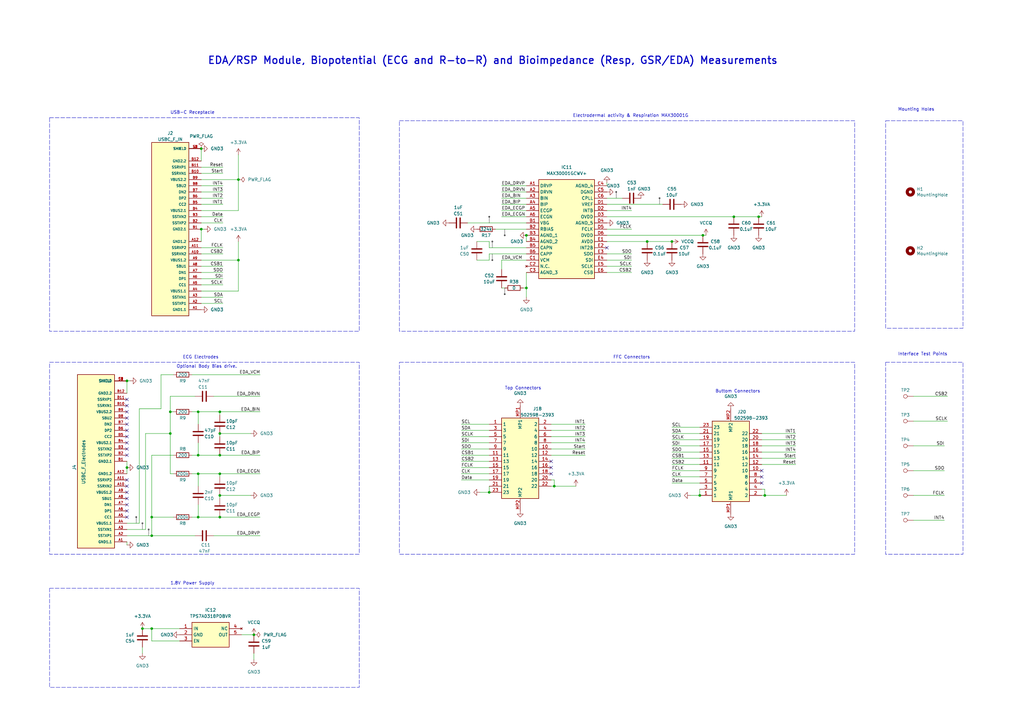
<source format=kicad_sch>
(kicad_sch (version 20230121) (generator eeschema)
  (paper "A3")
  (title_block (title "VersaSens EDA") (date "2024-02-20") (rev "00") (company "EPFL, Embedded Systems Laboratory") (comment 1 "Author: Taraneh Aminosharieh Najafi") (comment 2 "Approved: José Angel Miranda Calero"))
  (lib_symbols
    (symbol "Connector:TestPoint" (pin_numbers hide) (pin_names (offset 0.762) hide)
      (property "Reference" "TP" (at 0 6.858 0))
      (property "Value" "TestPoint" (at 0 5.08 0))
      (symbol "TestPoint_1_1"
        (pin passive line (at 0 0 90) (length 2.54) (name "1") (number "1"))
      )
    )
    (symbol "Device:C" (pin_numbers hide) (pin_names (offset 0.254))
      (property "Reference" "C" (at 0.635 2.54 0))
      (property "Value" "C" (at 0.635 -2.54 0))
      (symbol "C_1_1"
        (pin passive line (at 0 3.81 270) (length 2.794) (name "~") (number "1"))
        (pin passive line (at 0 -3.81 90) (length 2.794) (name "~") (number "2"))
      )
    )
    (symbol "Device:R" (pin_numbers hide) (pin_names (offset 0))
      (property "Reference" "R" (at 2.032 0 90))
      (property "Value" "R" (at 0 0 90))
      (symbol "R_1_1"
        (pin passive line (at 0 3.81 270) (length 1.27) (name "~") (number "1"))
        (pin passive line (at 0 -3.81 90) (length 1.27) (name "~") (number "2"))
      )
    )
    (symbol "Mechanical:MountingHole" (pin_names (offset 1.016))
      (property "Reference" "H" (at 0 5.08 0))
      (property "Value" "MountingHole" (at 0 3.175 0))
    )
    (symbol "SamacSys_Parts:502598-2393"
      (property "Reference" "J" (at 39.37 12.7 0))
      (property "Value" "502598-2393" (at 39.37 10.16 0))
      (symbol "502598-2393_1_1"
        (pin passive line (at 7.62 -12.7 90) (length 5.08) (name "1") (number "1"))
        (pin passive line (at 17.78 12.7 270) (length 5.08) (name "10") (number "10"))
        (pin passive line (at 20.32 -12.7 90) (length 5.08) (name "11") (number "11"))
        (pin passive line (at 20.32 12.7 270) (length 5.08) (name "12") (number "12"))
        (pin passive line (at 22.86 -12.7 90) (length 5.08) (name "13") (number "13"))
        (pin passive line (at 22.86 12.7 270) (length 5.08) (name "14") (number "14"))
        (pin passive line (at 25.4 -12.7 90) (length 5.08) (name "15") (number "15"))
        (pin passive line (at 25.4 12.7 270) (length 5.08) (name "16") (number "16"))
        (pin passive line (at 27.94 -12.7 90) (length 5.08) (name "17") (number "17"))
        (pin passive line (at 27.94 12.7 270) (length 5.08) (name "18") (number "18"))
        (pin passive line (at 30.48 -12.7 90) (length 5.08) (name "19") (number "19"))
        (pin passive line (at 7.62 12.7 270) (length 5.08) (name "2") (number "2"))
        (pin passive line (at 30.48 12.7 270) (length 5.08) (name "20") (number "20"))
        (pin passive line (at 33.02 -12.7 90) (length 5.08) (name "21") (number "21"))
        (pin passive line (at 33.02 12.7 270) (length 5.08) (name "22") (number "22"))
        (pin passive line (at 35.56 -12.7 90) (length 5.08) (name "23") (number "23"))
        (pin passive line (at 10.16 -12.7 90) (length 5.08) (name "3") (number "3"))
        (pin passive line (at 10.16 12.7 270) (length 5.08) (name "4") (number "4"))
        (pin passive line (at 12.7 -12.7 90) (length 5.08) (name "5") (number "5"))
        (pin passive line (at 12.7 12.7 270) (length 5.08) (name "6") (number "6"))
        (pin passive line (at 15.24 -12.7 90) (length 5.08) (name "7") (number "7"))
        (pin passive line (at 15.24 12.7 270) (length 5.08) (name "8") (number "8"))
        (pin passive line (at 17.78 -12.7 90) (length 5.08) (name "9") (number "9"))
        (pin passive line (at 0 0 0) (length 5.08) (name "MP1") (number "MP1"))
        (pin passive line (at 43.18 0 180) (length 5.08) (name "MP2") (number "MP2"))
      )
    )
    (symbol "SamacSys_Parts:MAX30001GCWV+"
      (property "Reference" "IC" (at 29.21 7.62 0))
      (property "Value" "MAX30001GCWV+" (at 29.21 5.08 0))
      (symbol "MAX30001GCWV+_1_1"
        (pin passive line (at 0 0 0) (length 5.08) (name "DRVP") (number "A1"))
        (pin passive line (at 0 -2.54 0) (length 5.08) (name "DRVN") (number "A2"))
        (pin passive line (at 0 -5.08 0) (length 5.08) (name "BIN") (number "A3"))
        (pin passive line (at 0 -7.62 0) (length 5.08) (name "BIP") (number "A4"))
        (pin passive line (at 0 -10.16 0) (length 5.08) (name "ECGP") (number "A5"))
        (pin passive line (at 0 -12.7 0) (length 5.08) (name "ECGN") (number "A6"))
        (pin passive line (at 0 -15.24 0) (length 5.08) (name "VBG") (number "B1"))
        (pin passive line (at 0 -17.78 0) (length 5.08) (name "RBIAS") (number "B2"))
        (pin passive line (at 0 -20.32 0) (length 5.08) (name "AGND_1") (number "B3"))
        (pin passive line (at 0 -22.86 0) (length 5.08) (name "AGND_2") (number "B4"))
        (pin passive line (at 0 -25.4 0) (length 5.08) (name "CAPN") (number "B5"))
        (pin passive line (at 0 -27.94 0) (length 5.08) (name "CAPP") (number "B6"))
        (pin passive line (at 0 -30.48 0) (length 5.08) (name "VCM") (number "C1"))
        (pin no_connect line (at 0 -33.02 0) (length 5.08) (name "N.C.") (number "C2"))
        (pin passive line (at 0 -35.56 0) (length 5.08) (name "AGND_3") (number "C3"))
        (pin passive line (at 33.02 0 180) (length 5.08) (name "AGND_4") (number "C4"))
        (pin passive line (at 33.02 -2.54 180) (length 5.08) (name "DGND") (number "C5"))
        (pin passive line (at 33.02 -5.08 180) (length 5.08) (name "CPLL") (number "C6"))
        (pin passive line (at 33.02 -7.62 180) (length 5.08) (name "VREF") (number "D1"))
        (pin passive line (at 33.02 -10.16 180) (length 5.08) (name "INTB") (number "D2"))
        (pin passive line (at 33.02 -12.7 180) (length 5.08) (name "OVDD") (number "D3"))
        (pin passive line (at 33.02 -15.24 180) (length 5.08) (name "AGND_5") (number "D4"))
        (pin passive line (at 33.02 -17.78 180) (length 5.08) (name "FCLK") (number "D5"))
        (pin passive line (at 33.02 -20.32 180) (length 5.08) (name "DVDD") (number "D6"))
        (pin passive line (at 33.02 -22.86 180) (length 5.08) (name "AVDD") (number "E1"))
        (pin passive line (at 33.02 -25.4 180) (length 5.08) (name "INT2B") (number "E2"))
        (pin passive line (at 33.02 -27.94 180) (length 5.08) (name "SDO") (number "E3"))
        (pin passive line (at 33.02 -30.48 180) (length 5.08) (name "SDI") (number "E4"))
        (pin passive line (at 33.02 -33.02 180) (length 5.08) (name "SCLK") (number "E5"))
        (pin passive line (at 33.02 -35.56 180) (length 5.08) (name "CSB") (number "E6"))
      )
    )
    (symbol "SamacSys_Parts:TPS7A0318PDBVR"
      (property "Reference" "IC" (at 21.59 7.62 0))
      (property "Value" "TPS7A0318PDBVR" (at 21.59 5.08 0))
      (symbol "TPS7A0318PDBVR_1_1"
        (pin passive line (at 0 0 0) (length 5.08) (name "IN") (number "1"))
        (pin passive line (at 0 -2.54 0) (length 5.08) (name "GND") (number "2"))
        (pin passive line (at 0 -5.08 0) (length 5.08) (name "EN") (number "3"))
        (pin no_connect line (at 25.4 0 180) (length 5.08) (name "NC") (number "4"))
        (pin passive line (at 25.4 -2.54 180) (length 5.08) (name "OUT") (number "5"))
      )
    )
    (symbol "USB4055-30-A:USB4055-30-A" (pin_names (offset 1.016))
      (property "Reference" "J" (at -7.6272 35.5938 0))
      (property "Value" "USB4055-30-A" (at -7.6239 -38.1196 0))
      (symbol "USB4055-30-A_0_0"
        (pin power_in line (at -12.7 33.02 0) (length 5.08) (name "GND1.1") (number "A1"))
        (pin input line (at -12.7 10.16 0) (length 5.08) (name "SSRXN2") (number "A10"))
        (pin input line (at -12.7 7.62 0) (length 5.08) (name "SSRXP2") (number "A11"))
        (pin power_in line (at -12.7 5.08 0) (length 5.08) (name "GND1.2") (number "A12"))
        (pin output line (at -12.7 30.48 0) (length 5.08) (name "SSTXP1") (number "A2"))
        (pin output line (at -12.7 27.94 0) (length 5.08) (name "SSTXN1") (number "A3"))
        (pin power_in line (at -12.7 25.4 0) (length 5.08) (name "VBUS1.1") (number "A4"))
        (pin bidirectional line (at -12.7 22.86 0) (length 5.08) (name "CC1") (number "A5"))
        (pin bidirectional line (at -12.7 20.32 0) (length 5.08) (name "DP1") (number "A6"))
        (pin bidirectional line (at -12.7 17.78 0) (length 5.08) (name "DN1") (number "A7"))
        (pin bidirectional line (at -12.7 15.24 0) (length 5.08) (name "SBU1") (number "A8"))
        (pin power_in line (at -12.7 12.7 0) (length 5.08) (name "VBUS1.2") (number "A9"))
        (pin power_in line (at -12.7 0 0) (length 5.08) (name "GND2.1") (number "B1"))
        (pin input line (at -12.7 -22.86 0) (length 5.08) (name "SSRXN1") (number "B10"))
        (pin input line (at -12.7 -25.4 0) (length 5.08) (name "SSRXP1") (number "B11"))
        (pin power_in line (at -12.7 -27.94 0) (length 5.08) (name "GND2.2") (number "B12"))
        (pin output line (at -12.7 -2.54 0) (length 5.08) (name "SSTXP2") (number "B2"))
        (pin output line (at -12.7 -5.08 0) (length 5.08) (name "SSTXN2") (number "B3"))
        (pin power_in line (at -12.7 -7.62 0) (length 5.08) (name "VBUS2.1") (number "B4"))
        (pin bidirectional line (at -12.7 -10.16 0) (length 5.08) (name "CC2") (number "B5"))
        (pin bidirectional line (at -12.7 -12.7 0) (length 5.08) (name "DP2") (number "B6"))
        (pin bidirectional line (at -12.7 -15.24 0) (length 5.08) (name "DN2") (number "B7"))
        (pin bidirectional line (at -12.7 -17.78 0) (length 5.08) (name "SBU2") (number "B8"))
        (pin power_in line (at -12.7 -20.32 0) (length 5.08) (name "VBUS2.2") (number "B9"))
        (pin passive line (at -12.7 -33.02 0) (length 5.08) (name "SHIELD") (number "S1"))
        (pin passive line (at -12.7 -33.02 0) (length 5.08) (name "SHIELD") (number "S2"))
        (pin passive line (at -12.7 -33.02 0) (length 5.08) (name "SHIELD") (number "S3"))
        (pin passive line (at -12.7 -33.02 0) (length 5.08) (name "SHIELD") (number "S4"))
      )
    )
    (symbol "power:+3.3VA" (power) (pin_names (offset 0))
      (property "Value" "+3.3VA" (at 0 3.556 0))
      (symbol "+3.3VA_1_1"
        (pin power_in line (at 0 0 90) (length 0) hide (name "+3.3VA") (number "1"))
      )
    )
    (symbol "power:GND3" (power) (pin_names (offset 0))
      (property "Value" "GND3" (at 0 -3.81 0))
      (symbol "GND3_1_1"
        (pin power_in line (at 0 0 270) (length 0) hide (name "GND3") (number "1"))
      )
    )
    (symbol "power:PWR_FLAG" (power) (pin_numbers hide) (pin_names (offset 0) hide)
      (property "Value" "PWR_FLAG" (at 0 3.81 0))
      (symbol "PWR_FLAG_0_0"
        (pin power_out line (at 0 0 90) (length 0) (name "pwr") (number "1"))
      )
    )
    (symbol "power:VCCQ" (power) (pin_names (offset 0))
      (property "Value" "VCCQ" (at 0 3.81 0))
      (symbol "VCCQ_1_1"
        (pin power_in line (at 0 0 90) (length 0) hide (name "VCCQ") (number "1"))
      )
    )
  )
  (junction (at 62.23 257.81))
  (junction (at 81.28 212.09))
  (junction (at 69.85 177.8))
  (junction (at 69.85 168.91))
  (junction (at 82.55 60.96))
  (junction (at 81.28 168.91))
  (junction (at 81.28 186.69))
  (junction (at 200.66 201.93))
  (junction (at 287.02 203.2))
  (junction (at 90.17 177.8))
  (junction (at 90.17 212.09))
  (junction (at 58.42 257.81))
  (junction (at 52.07 156.21))
  (junction (at 81.28 194.31))
  (junction (at 52.07 191.77))
  (junction (at 275.59 99.06))
  (junction (at 90.17 203.2))
  (junction (at 227.33 199.39))
  (junction (at 288.29 96.52))
  (junction (at 104.14 260.35))
  (junction (at 265.43 99.06))
  (junction (at 97.79 106.68))
  (junction (at 62.23 212.09))
  (junction (at 82.55 93.98))
  (junction (at 90.17 194.31))
  (junction (at 62.23 219.71))
  (junction (at 313.69 203.2))
  (junction (at 90.17 168.91))
  (junction (at 311.15 88.9))
  (junction (at 215.9 96.52))
  (junction (at 300.99 88.9))
  (junction (at 90.17 186.69))
  (junction (at 215.9 118.11))
  (junction (at 97.79 73.66))
  (no_connect (at 52.07 179.07))
  (no_connect (at 52.07 171.45))
  (no_connect (at 226.06 194.31))
  (no_connect (at 52.07 176.53))
  (no_connect (at 52.07 184.15))
  (no_connect (at 52.07 207.01))
  (no_connect (at 52.07 199.39))
  (no_connect (at 52.07 209.55))
  (no_connect (at 312.42 193.04))
  (no_connect (at 52.07 204.47))
  (no_connect (at 248.92 101.6))
  (no_connect (at 52.07 168.91))
  (no_connect (at 312.42 198.12))
  (no_connect (at 52.07 173.99))
  (no_connect (at 226.06 191.77))
  (no_connect (at 312.42 195.58))
  (no_connect (at 226.06 189.23))
  (no_connect (at 52.07 201.93))
  (no_connect (at 52.07 166.37))
  (no_connect (at 52.07 186.69))
  (no_connect (at 52.07 181.61))
  (no_connect (at 52.07 163.83))
  (no_connect (at 52.07 196.85))
  (no_connect (at 52.07 212.09))
  (wire (pts (xy 62.23 212.09) (xy 71.12 212.09)))
  (wire (pts (xy 73.66 262.89) (xy 62.23 262.89)))
  (wire (pts (xy 191.77 91.44) (xy 215.9 91.44)))
  (wire (pts (xy 287.02 200.66) (xy 287.02 203.2)))
  (wire (pts (xy 81.28 186.69) (xy 78.74 186.69)))
  (wire (pts (xy 99.06 260.35) (xy 104.14 260.35)))
  (wire (pts (xy 189.23 176.53) (xy 200.66 176.53)))
  (wire (pts (xy 90.17 170.18) (xy 90.17 168.91)))
  (wire (pts (xy 62.23 257.81) (xy 62.23 262.89)))
  (wire (pts (xy 195.58 99.06) (xy 200.66 99.06)))
  (wire (pts (xy 248.92 88.9) (xy 300.99 88.9)))
  (wire (pts (xy 227.33 199.39) (xy 226.06 199.39)))
  (wire (pts (xy 83.82 93.98) (xy 82.55 93.98)))
  (wire (pts (xy 275.59 180.34) (xy 287.02 180.34)))
  (wire (pts (xy 203.2 93.98) (xy 215.9 93.98)))
  (wire (pts (xy 90.17 203.2) (xy 102.87 203.2)))
  (wire (pts (xy 275.59 187.96) (xy 287.02 187.96)))
  (wire (pts (xy 275.59 177.8) (xy 287.02 177.8)))
  (wire (pts (xy 62.23 257.81) (xy 58.42 257.81)))
  (wire (pts (xy 189.23 184.15) (xy 200.66 184.15)))
  (wire (pts (xy 82.55 101.6) (xy 91.44 101.6)))
  (wire (pts (xy 226.06 173.99) (xy 240.03 173.99)))
  (wire (pts (xy 82.55 73.66) (xy 97.79 73.66)))
  (wire (pts (xy 80.01 162.56) (xy 69.85 162.56)))
  (wire (pts (xy 236.22 199.39) (xy 227.33 199.39)))
  (wire (pts (xy 248.92 104.14) (xy 259.08 104.14)))
  (wire (pts (xy 62.23 219.71) (xy 62.23 212.09)))
  (wire (pts (xy 82.55 116.84) (xy 91.44 116.84)))
  (wire (pts (xy 82.55 78.74) (xy 91.44 78.74)))
  (wire (pts (xy 275.59 195.58) (xy 287.02 195.58)))
  (wire (pts (xy 82.55 121.92) (xy 91.44 121.92)))
  (wire (pts (xy 189.23 173.99) (xy 200.66 173.99)))
  (wire (pts (xy 374.65 172.72) (xy 388.62 172.72)))
  (wire (pts (xy 374.65 203.2) (xy 387.35 203.2)))
  (wire (pts (xy 205.74 110.49) (xy 205.74 106.68)))
  (wire (pts (xy 200.66 199.39) (xy 200.66 201.93)))
  (wire (pts (xy 275.59 175.26) (xy 287.02 175.26)))
  (wire (pts (xy 195.58 106.68) (xy 200.66 106.68)))
  (wire (pts (xy 215.9 96.52) (xy 215.9 99.06)))
  (wire (pts (xy 62.23 219.71) (xy 80.01 219.71)))
  (wire (pts (xy 82.55 88.9) (xy 91.44 88.9)))
  (wire (pts (xy 81.28 186.69) (xy 90.17 186.69)))
  (wire (pts (xy 275.59 193.04) (xy 287.02 193.04)))
  (wire (pts (xy 69.85 168.91) (xy 71.12 168.91)))
  (wire (pts (xy 289.56 96.52) (xy 288.29 96.52)))
  (wire (pts (xy 205.74 118.11) (xy 207.01 118.11)))
  (wire (pts (xy 248.92 106.68) (xy 259.08 106.68)))
  (wire (pts (xy 82.55 109.22) (xy 91.44 109.22)))
  (wire (pts (xy 90.17 195.58) (xy 90.17 194.31)))
  (wire (pts (xy 90.17 168.91) (xy 106.68 168.91)))
  (wire (pts (xy 81.28 194.31) (xy 90.17 194.31)))
  (wire (pts (xy 81.28 212.09) (xy 78.74 212.09)))
  (wire (pts (xy 248.92 83.82) (xy 271.78 83.82)))
  (wire (pts (xy 82.55 124.46) (xy 91.44 124.46)))
  (wire (pts (xy 200.66 99.06) (xy 200.66 101.6)))
  (wire (pts (xy 200.66 104.14) (xy 215.9 104.14)))
  (wire (pts (xy 82.55 91.44) (xy 91.44 91.44)))
  (wire (pts (xy 82.55 81.28) (xy 91.44 81.28)))
  (wire (pts (xy 71.12 186.69) (xy 62.23 186.69)))
  (wire (pts (xy 82.55 104.14) (xy 91.44 104.14)))
  (wire (pts (xy 81.28 168.91) (xy 90.17 168.91)))
  (wire (pts (xy 189.23 196.85) (xy 200.66 196.85)))
  (wire (pts (xy 189.23 181.61) (xy 200.66 181.61)))
  (wire (pts (xy 311.15 88.9) (xy 300.99 88.9)))
  (wire (pts (xy 52.07 219.71) (xy 62.23 219.71)))
  (wire (pts (xy 69.85 177.8) (xy 69.85 168.91)))
  (wire (pts (xy 248.92 109.22) (xy 259.08 109.22)))
  (wire (pts (xy 205.74 88.9) (xy 215.9 88.9)))
  (wire (pts (xy 189.23 189.23) (xy 200.66 189.23)))
  (wire (pts (xy 82.55 114.3) (xy 91.44 114.3)))
  (wire (pts (xy 87.63 162.56) (xy 106.68 162.56)))
  (wire (pts (xy 87.63 219.71) (xy 106.68 219.71)))
  (wire (pts (xy 205.74 76.2) (xy 215.9 76.2)))
  (wire (pts (xy 248.92 99.06) (xy 265.43 99.06)))
  (wire (pts (xy 82.55 71.12) (xy 91.44 71.12)))
  (wire (pts (xy 189.23 194.31) (xy 200.66 194.31)))
  (wire (pts (xy 189.23 179.07) (xy 200.66 179.07)))
  (wire (pts (xy 265.43 99.06) (xy 275.59 99.06)))
  (wire (pts (xy 71.12 153.67) (xy 66.04 153.67)))
  (wire (pts (xy 62.23 257.81) (xy 73.66 257.81)))
  (wire (pts (xy 205.74 81.28) (xy 215.9 81.28)))
  (wire (pts (xy 81.28 199.39) (xy 81.28 194.31)))
  (wire (pts (xy 52.07 217.17) (xy 59.69 217.17)))
  (wire (pts (xy 248.92 111.76) (xy 259.08 111.76)))
  (wire (pts (xy 200.66 106.68) (xy 200.66 104.14)))
  (wire (pts (xy 52.07 161.29) (xy 52.07 156.21)))
  (wire (pts (xy 226.06 196.85) (xy 227.33 196.85)))
  (wire (pts (xy 322.58 203.2) (xy 313.69 203.2)))
  (wire (pts (xy 90.17 186.69) (xy 106.68 186.69)))
  (wire (pts (xy 189.23 191.77) (xy 200.66 191.77)))
  (wire (pts (xy 205.74 106.68) (xy 215.9 106.68)))
  (wire (pts (xy 90.17 177.8) (xy 90.17 179.07)))
  (wire (pts (xy 90.17 212.09) (xy 81.28 212.09)))
  (wire (pts (xy 374.65 193.04) (xy 387.35 193.04)))
  (wire (pts (xy 59.69 177.8) (xy 69.85 177.8)))
  (wire (pts (xy 82.55 60.96) (xy 82.55 66.04)))
  (wire (pts (xy 82.55 86.36) (xy 97.79 86.36)))
  (wire (pts (xy 82.55 106.68) (xy 97.79 106.68)))
  (wire (pts (xy 78.74 168.91) (xy 81.28 168.91)))
  (wire (pts (xy 248.92 86.36) (xy 259.08 86.36)))
  (wire (pts (xy 215.9 121.92) (xy 215.9 118.11)))
  (wire (pts (xy 205.74 83.82) (xy 215.9 83.82)))
  (wire (pts (xy 312.42 88.9) (xy 311.15 88.9)))
  (wire (pts (xy 90.17 194.31) (xy 106.68 194.31)))
  (wire (pts (xy 248.92 81.28) (xy 255.27 81.28)))
  (wire (pts (xy 66.04 167.64) (xy 57.15 167.64)))
  (wire (pts (xy 313.69 200.66) (xy 313.69 203.2)))
  (wire (pts (xy 90.17 212.09) (xy 106.68 212.09)))
  (wire (pts (xy 66.04 153.67) (xy 66.04 167.64)))
  (wire (pts (xy 52.07 223.52) (xy 52.07 222.25)))
  (wire (pts (xy 312.42 187.96) (xy 326.39 187.96)))
  (wire (pts (xy 374.65 162.56) (xy 388.62 162.56)))
  (wire (pts (xy 205.74 86.36) (xy 215.9 86.36)))
  (wire (pts (xy 69.85 194.31) (xy 69.85 177.8)))
  (wire (pts (xy 275.59 182.88) (xy 287.02 182.88)))
  (wire (pts (xy 205.74 78.74) (xy 215.9 78.74)))
  (wire (pts (xy 52.07 191.77) (xy 52.07 194.31)))
  (wire (pts (xy 226.06 181.61) (xy 240.03 181.61)))
  (wire (pts (xy 189.23 186.69) (xy 200.66 186.69)))
  (wire (pts (xy 81.28 181.61) (xy 81.28 186.69)))
  (wire (pts (xy 275.59 190.5) (xy 287.02 190.5)))
  (wire (pts (xy 52.07 189.23) (xy 52.07 191.77)))
  (wire (pts (xy 312.42 185.42) (xy 326.39 185.42)))
  (wire (pts (xy 215.9 118.11) (xy 215.9 111.76)))
  (wire (pts (xy 275.59 185.42) (xy 287.02 185.42)))
  (wire (pts (xy 275.59 198.12) (xy 287.02 198.12)))
  (wire (pts (xy 81.28 194.31) (xy 78.74 194.31)))
  (wire (pts (xy 82.55 111.76) (xy 91.44 111.76)))
  (wire (pts (xy 226.06 184.15) (xy 240.03 184.15)))
  (wire (pts (xy 52.07 156.21) (xy 53.34 156.21)))
  (wire (pts (xy 312.42 182.88) (xy 326.39 182.88)))
  (wire (pts (xy 214.63 118.11) (xy 215.9 118.11)))
  (wire (pts (xy 226.06 176.53) (xy 240.03 176.53)))
  (wire (pts (xy 283.21 203.2) (xy 287.02 203.2)))
  (wire (pts (xy 82.55 76.2) (xy 91.44 76.2)))
  (wire (pts (xy 312.42 190.5) (xy 326.39 190.5)))
  (wire (pts (xy 97.79 99.06) (xy 97.79 106.68)))
  (wire (pts (xy 90.17 177.8) (xy 102.87 177.8)))
  (wire (pts (xy 82.55 119.38) (xy 97.79 119.38)))
  (wire (pts (xy 97.79 73.66) (xy 97.79 86.36)))
  (wire (pts (xy 226.06 179.07) (xy 240.03 179.07)))
  (wire (pts (xy 374.65 213.36) (xy 387.35 213.36)))
  (wire (pts (xy 81.28 173.99) (xy 81.28 168.91)))
  (wire (pts (xy 313.69 203.2) (xy 312.42 203.2)))
  (wire (pts (xy 62.23 212.09) (xy 62.23 186.69)))
  (wire (pts (xy 227.33 196.85) (xy 227.33 199.39)))
  (wire (pts (xy 312.42 177.8) (xy 326.39 177.8)))
  (wire (pts (xy 90.17 203.2) (xy 90.17 204.47)))
  (wire (pts (xy 82.55 68.58) (xy 91.44 68.58)))
  (wire (pts (xy 200.66 101.6) (xy 215.9 101.6)))
  (wire (pts (xy 248.92 74.93) (xy 248.92 76.2)))
  (wire (pts (xy 57.15 167.64) (xy 57.15 214.63)))
  (wire (pts (xy 196.85 201.93) (xy 200.66 201.93)))
  (wire (pts (xy 248.92 96.52) (xy 288.29 96.52)))
  (wire (pts (xy 59.69 217.17) (xy 59.69 177.8)))
  (wire (pts (xy 82.55 83.82) (xy 91.44 83.82)))
  (wire (pts (xy 58.42 267.97) (xy 58.42 265.43)))
  (wire (pts (xy 69.85 194.31) (xy 71.12 194.31)))
  (wire (pts (xy 312.42 200.66) (xy 313.69 200.66)))
  (wire (pts (xy 226.06 186.69) (xy 240.03 186.69)))
  (wire (pts (xy 374.65 182.88) (xy 387.35 182.88)))
  (wire (pts (xy 69.85 168.91) (xy 69.85 162.56)))
  (wire (pts (xy 97.79 63.5) (xy 97.79 73.66)))
  (wire (pts (xy 78.74 153.67) (xy 106.68 153.67)))
  (wire (pts (xy 104.14 270.51) (xy 104.14 267.97)))
  (wire (pts (xy 52.07 214.63) (xy 57.15 214.63)))
  (wire (pts (xy 248.92 93.98) (xy 259.08 93.98)))
  (wire (pts (xy 82.55 93.98) (xy 82.55 99.06)))
  (wire (pts (xy 81.28 207.01) (xy 81.28 212.09)))
  (wire (pts (xy 312.42 180.34) (xy 326.39 180.34)))
  (wire (pts (xy 97.79 106.68) (xy 97.79 119.38)))
  (rectangle (start 363.22 148.59) (end 394.97 227.33) (stroke (width 0) (type dash)))
  (rectangle (start 20.32 48.26) (end 147.32 135.89) (stroke (width 0) (type dash)))
  (rectangle (start 20.32 148.59) (end 147.32 227.33) (stroke (width 0) (type dash)))
  (rectangle (start 20.32 241.3) (end 147.32 281.94) (stroke (width 0) (type dash)))
  (rectangle (start 163.83 49.53) (end 350.52 135.89) (stroke (width 0) (type dash)))
  (rectangle (start 163.83 148.59) (end 350.52 227.33) (stroke (width 0) (type dash)))
  (rectangle (start 363.22 49.53) (end 394.97 134.62) (stroke (width 0) (type dash)))
  (text "Top Connectors" (at 207.01 160.02 0) (effects (font (size 1.27 1.27)) (justify left bottom)))
  (text "Interface Test Points\n" (at 368.3 146.05 0) (effects (font (size 1.27 1.27)) (justify left bottom)))
  (text "Mounting Holes" (at 368.3 45.72 0) (effects (font (size 1.27 1.27)) (justify left bottom)))
  (text "USB-C Receptacle" (at 69.85 46.99 0) (effects (font (size 1.27 1.27)) (justify left bottom)))
  (text "ECG Electrodes" (at 74.93 147.32 0) (effects (font (size 1.27 1.27)) (justify left bottom)))
  (text "1.8V Power Supply\n" (at 69.85 240.03 0) (effects (font (size 1.27 1.27)) (justify left bottom)))
  (text "Electrodermal activity & Respiration MAX30001G" (at 234.95 48.26 0) (effects (font (size 1.27 1.27)) (justify left bottom)))
  (text "EDA/RSP Module, Biopotential (ECG and R-to-R) and Bioimpedance (Resp, GSR/EDA) Measurements" (at 85.09 26.67 0) (effects (font (size 3 3) (thickness 0.454) bold) (justify left bottom)))
  (text "Buttom Connectors" (at 293.37 161.29 0) (effects (font (size 1.27 1.27)) (justify left bottom)))
  (text "Optional Body Bias drive.\n" (at 72.39 151.13 0) (effects (font (size 1.27 1.27)) (justify left bottom)))
  (text "FFC Connectors" (at 251.46 147.32 0) (effects (font (size 1.27 1.27)) (justify left bottom)))
  (label "Reset" (at 326.39 190.5 180))
  (label "SDI" (at 259.08 106.68 180))
  (label "FCLK" (at 189.23 191.77 0))
  (label "INT4" (at 326.39 185.42 180))
  (label "SCLK" (at 275.59 180.34 0))
  (label "CSB1" (at 91.44 109.22 180))
  (label "FCLK" (at 387.35 203.2 180))
  (label "SDA" (at 275.59 177.8 0))
  (label "Start" (at 326.39 187.96 180))
  (label "INT1" (at 326.39 177.8 180))
  (label "EDA_BIP" (at 106.68 186.69 180))
  (label "INT4" (at 259.08 86.36 180))
  (label "SDI" (at 275.59 182.88 0))
  (label "INT4" (at 91.44 76.2 180))
  (label "INT1" (at 240.03 173.99 180))
  (label "INT1" (at 91.44 83.82 180))
  (label "EDA_DRVN" (at 205.74 78.74 0))
  (label "SCL" (at 189.23 173.99 0))
  (label "EDA_ECGP" (at 106.68 212.09 180))
  (label "CSB2" (at 259.08 111.76 180))
  (label "EDA_DRVP" (at 205.74 76.2 0))
  (label "EDA_BIN" (at 205.74 81.28 0))
  (label "SCLK" (at 259.08 109.22 180))
  (label "SDA" (at 91.44 121.92 180))
  (label "CSB1" (at 189.23 186.69 0))
  (label "SCL" (at 275.59 175.26 0))
  (label "SCLK" (at 388.62 172.72 180))
  (label "FCLK" (at 91.44 101.6 180))
  (label "SDI" (at 91.44 114.3 180))
  (label "Data" (at 189.23 196.85 0))
  (label "CSB2" (at 275.59 190.5 0))
  (label "CSB2" (at 91.44 104.14 180))
  (label "EDA_ECGN" (at 106.68 194.31 180))
  (label "Data" (at 91.44 88.9 180))
  (label "SDA" (at 189.23 176.53 0))
  (label "SDO" (at 91.44 111.76 180))
  (label "Reset" (at 91.44 68.58 180))
  (label "Start" (at 240.03 184.15 180))
  (label "CLK" (at 91.44 91.44 180))
  (label "CLK" (at 189.23 194.31 0))
  (label "EDA_BIP" (at 205.74 83.82 0))
  (label "SDO" (at 189.23 184.15 0))
  (label "CSB2" (at 388.62 162.56 180))
  (label "EDA_VCM" (at 205.74 106.68 0))
  (label "EDA_DRVP" (at 106.68 219.71 180))
  (label "FCLK" (at 275.59 193.04 0))
  (label "SDO" (at 387.35 193.04 180))
  (label "INT2" (at 240.03 176.53 180))
  (label "Start" (at 91.44 71.12 180))
  (label "CSB2" (at 189.23 189.23 0))
  (label "INT3" (at 240.03 179.07 180))
  (label "SCLK" (at 91.44 116.84 180))
  (label "EDA_ECGN" (at 205.74 88.9 0))
  (label "EDA_BIN" (at 106.68 168.91 180))
  (label "Reset" (at 240.03 186.69 180))
  (label "EDA_ECGP" (at 205.74 86.36 0))
  (label "INT4" (at 240.03 181.61 180))
  (label "INT4" (at 387.35 213.36 180))
  (label "SCL" (at 91.44 124.46 180))
  (label "INT2" (at 91.44 81.28 180))
  (label "CLK" (at 275.59 195.58 0))
  (label "SDI" (at 387.35 182.88 180))
  (label "SDO" (at 275.59 185.42 0))
  (label "SCLK" (at 189.23 179.07 0))
  (label "INT3" (at 91.44 78.74 180))
  (label "INT2" (at 326.39 180.34 180))
  (label "EDA_VCM" (at 106.68 153.67 180))
  (label "CSB1" (at 275.59 187.96 0))
  (label "Data" (at 275.59 198.12 0))
  (label "EDA_DRVN" (at 106.68 162.56 180))
  (label "SDO" (at 259.08 104.14 180))
  (label "INT3" (at 326.39 182.88 180))
  (label "FCLK" (at 259.08 93.98 180))
  (label "SDI" (at 189.23 181.61 0))
  (netclass_flag "" (length 2.54) (shape dot) (at 207.01 93.98 180) (property "Netclass" "Signal" (effects hide)))
  (netclass_flag "" (length 2.54) (shape dot) (at 252.73 81.28 0) (property "Netclass" "Signal" (effects hide)))
  (netclass_flag "" (length 2.54) (shape dot) (at 201.93 101.6 0) (property "Netclass" "Signal" (effects hide)))
  (netclass_flag "" (length 2.54) (shape dot) (at 58.42 217.17 0) (property "Netclass" "Signal" (effects hide)))
  (netclass_flag "" (length 2.54) (shape dot) (at 270.51 83.82 0) (property "Netclass" "Signal" (effects hide)))
  (netclass_flag "" (length 2.54) (shape dot) (at 201.93 104.14 180) (property "Netclass" "Signal" (effects hide)))
  (netclass_flag "" (length 2.54) (shape dot) (at 200.66 91.44 0) (property "Netclass" "Signal" (effects hide)))
  (netclass_flag "" (length 2.54) (shape dot) (at 60.96 219.71 0) (property "Netclass" "Signal" (effects hide)))
  (netclass_flag "" (length 2.54) (shape dot) (at 55.88 214.63 0) (property "Netclass" "Signal" (effects hide)))
  (netclass_flag "" (length 2.54) (shape dot) (at 207.01 118.11 180) (property "Netclass" "Signal" (effects hide)))
  (symbol (lib_id "power:GND3") (at 58.42 267.97 0) (unit 1)
    (property "Reference" "#PWR0292" (effects hide))
    (property "Value" "GND3" (at 58.42 273.05 0))
  )
  (symbol (lib_id "power:GND3") (at 215.9 96.52 270) (unit 1)
    (property "Reference" "#PWR0265" (effects hide))
    (property "Value" "GND3" (at 214.63 99.06 90) (effects (justify right)))
  )
  (symbol (lib_id "Device:C") (at 300.99 92.71 0) (unit 1)
    (property "Reference" "C60" (at 306.07 91.44 0))
    (property "Value" "0.1uF" (at 306.07 93.98 0))
    (property "Footprint" "Capacitor_SMD:C_0402_1005Metric" (effects hide))
    (instances (project "VersaSens" (path "" (reference "C60") (unit 1))) (project "VersaSens_HeEx" (path "" (reference "C79") (unit 1))))
  )
  (symbol (lib_id "Device:C") (at 90.17 182.88 0) (mirror x) (unit 1)
    (property "Reference" "C11" (at 92.71 184.15 0) (effects (justify left)))
    (property "Value" "10pF" (at 92.71 181.61 0) (effects (justify left)))
    (property "Footprint" "Capacitor_SMD:C_0603_1608Metric" (effects hide))
    (instances (project "VersaSens" (path "" (reference "C11") (unit 1)) (path "" (reference "C8") (unit 1)) (path "" (reference "C47") (unit 1))) (project "Test26092023" (path "" (reference "C7") (unit 1))) (project "VersaSens_HeEx" (path "" (reference "C89") (unit 1))))
  )
  (symbol (lib_id "Device:C") (at 259.08 81.28 90) (unit 1)
    (property "Reference" "C53" (at 259.08 74.93 90))
    (property "Value" "1nF" (at 259.08 77.47 90))
    (property "Footprint" "Capacitor_SMD:C_0402_1005Metric" (effects hide))
    (instances (project "VersaSens" (path "" (reference "C53") (unit 1))) (project "VersaSens_HeEx" (path "" (reference "C76") (unit 1))))
  )
  (symbol (lib_id "power:GND3") (at 288.29 104.14 0) (unit 1)
    (property "Reference" "#PWR0271" (effects hide))
    (property "Value" "GND3" (at 288.29 109.22 0))
  )
  (symbol (lib_id "Device:C") (at 288.29 100.33 0) (unit 1)
    (property "Reference" "C58" (at 293.37 99.06 0))
    (property "Value" "0.1uF" (at 293.37 101.6 0))
    (property "Footprint" "Capacitor_SMD:C_0402_1005Metric" (effects hide))
    (instances (project "VersaSens" (path "" (reference "C58") (unit 1))) (project "VersaSens_HeEx" (path "" (reference "C81") (unit 1))))
  )
  (symbol (lib_id "Device:C") (at 187.96 91.44 270) (unit 1)
    (property "Reference" "C51" (at 187.96 87.63 90))
    (property "Value" "1uF" (at 187.96 85.09 90))
    (property "Footprint" "Capacitor_SMD:C_0402_1005Metric" (effects hide))
    (instances (project "VersaSens" (path "" (reference "C51") (unit 1))) (project "VersaSens_HeEx" (path "" (reference "C78") (unit 1))))
  )
  (symbol (lib_id "power:+3.3VA") (at 58.42 257.81 0) (unit 1)
    (property "Reference" "#PWR0289" (effects hide))
    (property "Value" "+3.3VA" (at 58.42 252.73 0))
  )
  (symbol (lib_id "power:GND3") (at 262.89 81.28 180) (unit 1)
    (property "Reference" "#PWR0258" (effects hide))
    (property "Value" "GND3" (at 264.16 77.47 0))
  )
  (symbol (lib_id "power:GND3") (at 248.92 78.74 90) (unit 1)
    (property "Reference" "#PWR0257" (effects hide))
    (property "Value" "GND3" (at 248.92 76.2 90) (effects (justify right)))
  )
  (symbol (lib_id "power:GND3") (at 73.66 260.35 270) (unit 1)
    (property "Reference" "#PWR0290" (effects hide))
    (property "Value" "GND3" (at 71.12 260.35 90) (effects (justify right)))
  )
  (symbol (lib_id "Device:C") (at 90.17 199.39 0) (unit 1)
    (property "Reference" "C12" (at 92.71 200.66 0) (effects (justify left)))
    (property "Value" "10pF" (at 92.71 198.12 0) (effects (justify left)))
    (property "Footprint" "Capacitor_SMD:C_0603_1608Metric" (effects hide))
    (instances (project "VersaSens" (path "" (reference "C12") (unit 1)) (path "" (reference "C9") (unit 1)) (path "" (reference "C48") (unit 1))) (project "Test26092023" (path "" (reference "C8") (unit 1))) (project "VersaSens_HeEx" (path "" (reference "C90") (unit 1))))
  )
  (symbol (lib_id "Device:C") (at 311.15 92.71 0) (unit 1)
    (property "Reference" "C61" (at 316.23 91.44 0))
    (property "Value" "10uF" (at 316.23 93.98 0))
    (property "Footprint" "Capacitor_SMD:C_0603_1608Metric" (effects hide))
    (instances (project "VersaSens" (path "" (reference "C61") (unit 1))) (project "VersaSens_HeEx" (path "" (reference "C80") (unit 1))))
  )
  (symbol (lib_id "Device:R") (at 74.93 212.09 90) (mirror x) (unit 1)
    (property "Reference" "R8" (at 74.93 214.63 90))
    (property "Value" "200k" (at 74.93 212.09 90))
    (property "Footprint" "Resistor_SMD:R_0402_1005Metric" (effects hide))
    (instances (project "VersaSens" (path "" (reference "R8") (unit 1)) (path "" (reference "R1") (unit 1)) (path "" (reference "R16") (unit 1))) (project "Test26092023" (path "" (reference "R1") (unit 1))) (project "VersaSens_HeEx" (path "" (reference "R43") (unit 1))))
  )
  (symbol (lib_id "Device:R") (at 74.93 153.67 90) (mirror x) (unit 1)
    (property "Reference" "R9" (at 74.93 156.21 90))
    (property "Value" "200" (at 74.93 153.67 90))
    (property "Footprint" "Resistor_SMD:R_0402_1005Metric" (effects hide))
    (instances (project "VersaSens" (path "" (reference "R9") (unit 1)) (path "" (reference "R2") (unit 1)) (path "" (reference "R12") (unit 1))) (project "Test26092023" (path "" (reference "R2") (unit 1))) (project "VersaSens_HeEx" (path "" (reference "R39") (unit 1))))
  )
  (symbol (lib_id "power:GND3") (at 52.07 191.77 90) (unit 1)
    (property "Reference" "#PWR0280" (effects hide))
    (property "Value" "GND3" (at 55.88 191.77 90) (effects (justify right)))
  )
  (symbol (lib_id "Mechanical:MountingHole") (at 373.38 102.87 0) (unit 1) (in_bom no)
    (property "Reference" "H2" (at 375.92 101.7016 0) (effects (justify left)))
    (property "Value" "MountingHole" (at 375.92 104.013 0) (effects (justify left)))
    (property "Footprint" "MountingHole:MountingHole_2.5mm" (effects hide))
    (instances (project "VersaSens" (path "" (reference "H2") (unit 1)) (path "" (reference "H18") (unit 1))) (project "lower-pcb" (path "" (reference "H2") (unit 1))) (project "VersaSens_HeEx" (path "" (reference "H8") (unit 1))))
  )
  (symbol (lib_id "power:GND3") (at 311.15 96.52 0) (unit 1)
    (property "Reference" "#PWR0268" (effects hide))
    (property "Value" "GND3" (at 311.15 101.6 0))
  )
  (symbol (lib_id "Connector:TestPoint") (at 374.65 213.36 90) (unit 1) (in_bom no)
    (property "Reference" "TP7" (at 371.348 210.82 90))
    (property "Value" "TestPoint" (effects hide))
    (property "Footprint" "TestPoint:TestPoint_Pad_D1.0mm" (effects hide))
    (instances (project "VersaSens" (path "" (reference "TP7") (unit 1)) (path "" (reference "TP62") (unit 1))) (project "VersaSens_HeEx" (path "" (reference "TP58") (unit 1))))
  )
  (symbol (lib_id "SamacSys_Parts:502598-2393") (at 299.72 210.82 270) (mirror x) (unit 1)
    (property "Reference" "J20" (at 306.07 168.91 90) (effects (justify right)))
    (property "Value" "502598-2393" (at 314.96 171.45 90) (effects (justify right)))
    (property "Footprint" "5025982393" (effects hide))
    (property "Datasheet" "https://datasheet.datasheetarchive.com/originals/distributors/Datasheets_SAMA/2885d40b564cc84720dbe7ef1d953276.pdf" (effects hide))
    (property "Height" "1.15" (effects hide))
    (property "Mouser Part Number" "538-502598-2393" (effects hide))
    (property "Mouser Price/Stock" "https://www.mouser.co.uk/ProductDetail/Molex/502598-2393?qs=y1vSg4rOnUI4XfeXs%2F0sEA%3D%3D" (effects hide))
    (property "Manufacturer_Name" "Molex" (effects hide))
    (property "Manufacturer_Part_Number" "502598-2393" (effects hide))
    (instances (project "VersaSens_HeEx" (path "" (reference "J20") (unit 1)) (path "" (reference "J13") (unit 1)) (path "" (reference "J23") (unit 1))))
  )
  (symbol (lib_id "power:GND3") (at 82.55 60.96 90) (unit 1)
    (property "Reference" "#PWR0254" (effects hide))
    (property "Value" "GND3" (at 86.36 60.96 90) (effects (justify right)))
  )
  (symbol (lib_id "power:VCCQ") (at 289.56 96.52 0) (unit 1)
    (property "Reference" "#PWR0266" (effects hide))
    (property "Value" "VCCQ" (at 289.56 91.44 0))
  )
  (symbol (lib_id "SamacSys_Parts:TPS7A0318PDBVR") (at 73.66 257.81 0) (unit 1)
    (property "Reference" "IC12" (at 86.36 250.19 0))
    (property "Value" "TPS7A0318PDBVR" (at 86.36 252.73 0))
    (property "Footprint" "SOT95P280X145-5N" (effects hide))
    (property "Datasheet" "https://www.ti.com/lit/ds/symlink/tps7a03.pdf?ts=1645767827196&ref_url=https%253A%252F%252Fwww.google.com%252F" (effects hide))
    (property "Height" "1.45" (effects hide))
    (property "Mouser Part Number" "595-TPS7A0318PDBVR" (effects hide))
    (property "Mouser Price/Stock" "https://www.mouser.co.uk/ProductDetail/Texas-Instruments/TPS7A0318PDBVR?qs=OlC7AqGiEDmIJesKPyKeSg%3D%3D" (effects hide))
    (property "Manufacturer_Name" "Texas Instruments" (effects hide))
    (property "Manufacturer_Part_Number" "TPS7A0318PDBVR" (effects hide))
    (instances (project "VersaSens" (path "" (reference "IC12") (unit 1))) (project "VersaSens_HeEx" (path "" (reference "IC22") (unit 1))))
  )
  (symbol (lib_id "power:+3.3VA") (at 312.42 88.9 0) (unit 1)
    (property "Reference" "#PWR0260" (effects hide))
    (property "Value" "+3.3VA" (at 312.42 83.82 0))
  )
  (symbol (lib_id "power:GND3") (at 215.9 121.92 0) (unit 1)
    (property "Reference" "#PWR0274" (effects hide))
    (property "Value" "GND3" (at 215.9 127 0))
  )
  (symbol (lib_id "Connector:TestPoint") (at 374.65 172.72 90) (unit 1) (in_bom no)
    (property "Reference" "TP3" (at 371.348 170.18 90))
    (property "Value" "TestPoint" (effects hide))
    (property "Footprint" "TestPoint:TestPoint_Pad_D1.0mm" (effects hide))
    (instances (project "VersaSens" (path "" (reference "TP3") (unit 1)) (path "" (reference "TP58") (unit 1))) (project "VersaSens_HeEx" (path "" (reference "TP54") (unit 1))))
  )
  (symbol (lib_id "Device:R") (at 199.39 93.98 90) (unit 1)
    (property "Reference" "R17" (at 199.39 96.52 90))
    (property "Value" "324k" (at 199.39 93.98 90))
    (property "Footprint" "Resistor_SMD:R_0402_1005Metric" (effects hide))
    (instances (project "VersaSens" (path "" (reference "R17") (unit 1))) (project "VersaSens_HeEx" (path "" (reference "R37") (unit 1))))
  )
  (symbol (lib_id "Device:C") (at 81.28 177.8 0) (mirror x) (unit 1)
    (property "Reference" "C10" (at 83.82 179.07 0) (effects (justify left)))
    (property "Value" "47pF" (at 83.82 176.53 0) (effects (justify left)))
    (property "Footprint" "Capacitor_SMD:C_0603_1608Metric" (effects hide))
    (instances (project "VersaSens" (path "" (reference "C10") (unit 1)) (path "" (reference "C7") (unit 1)) (path "" (reference "C42") (unit 1))) (project "Test26092023" (path "" (reference "C9") (unit 1))) (project "VersaSens_HeEx" (path "" (reference "C88") (unit 1))))
  )
  (symbol (lib_id "Device:R") (at 74.93 194.31 90) (mirror x) (unit 1)
    (property "Reference" "R9" (at 74.93 196.85 90))
    (property "Value" "200k" (at 74.93 194.31 90))
    (property "Footprint" "Resistor_SMD:R_0402_1005Metric" (effects hide))
    (instances (project "VersaSens" (path "" (reference "R9") (unit 1)) (path "" (reference "R2") (unit 1)) (path "" (reference "R15") (unit 1))) (project "Test26092023" (path "" (reference "R2") (unit 1))) (project "VersaSens_HeEx" (path "" (reference "R42") (unit 1))))
  )
  (symbol (lib_id "power:GND3") (at 104.14 270.51 0) (unit 1)
    (property "Reference" "#PWR0293" (effects hide))
    (property "Value" "GND3" (at 104.14 275.59 0))
  )
  (symbol (lib_id "power:PWR_FLAG") (at 97.79 73.66 270) (unit 1)
    (property "Reference" "#FLG01" (effects hide))
    (property "Value" "PWR_FLAG" (at 101.6 73.66 90) (effects (justify left)))
    (instances (project "VersaSens_HeEx" (path "" (reference "#FLG01") (unit 1)) (path "" (reference "#FLG012") (unit 1)) (path "" (reference "#FLG016") (unit 1))))
  )
  (symbol (lib_id "SamacSys_Parts:502598-2393") (at 213.36 166.37 270) (unit 1)
    (property "Reference" "J18" (at 222.25 167.64 90) (effects (justify right)))
    (property "Value" "502598-2393" (at 227.33 170.18 90) (effects (justify right)))
    (property "Footprint" "5025982393" (effects hide))
    (property "Datasheet" "https://datasheet.datasheetarchive.com/originals/distributors/Datasheets_SAMA/2885d40b564cc84720dbe7ef1d953276.pdf" (effects hide))
    (property "Height" "1.15" (effects hide))
    (property "Mouser Part Number" "538-502598-2393" (effects hide))
    (property "Mouser Price/Stock" "https://www.mouser.co.uk/ProductDetail/Molex/502598-2393?qs=y1vSg4rOnUI4XfeXs%2F0sEA%3D%3D" (effects hide))
    (property "Manufacturer_Name" "Molex" (effects hide))
    (property "Manufacturer_Part_Number" "502598-2393" (effects hide))
    (instances (project "VersaSens_HeEx" (path "" (reference "J18") (unit 1)) (path "" (reference "J21") (unit 1))))
  )
  (symbol (lib_id "Device:C") (at 275.59 102.87 0) (unit 1)
    (property "Reference" "C57" (at 280.67 101.6 0))
    (property "Value" "10uF" (at 280.67 104.14 0))
    (property "Footprint" "Capacitor_SMD:C_0603_1608Metric" (effects hide))
    (instances (project "VersaSens" (path "" (reference "C57") (unit 1))) (project "VersaSens_HeEx" (path "" (reference "C84") (unit 1))))
  )
  (symbol (lib_id "Device:C") (at 90.17 208.28 0) (mirror x) (unit 1)
    (property "Reference" "C11" (at 92.71 209.55 0) (effects (justify left)))
    (property "Value" "10pF" (at 92.71 207.01 0) (effects (justify left)))
    (property "Footprint" "Capacitor_SMD:C_0603_1608Metric" (effects hide))
    (instances (project "VersaSens" (path "" (reference "C11") (unit 1)) (path "" (reference "C8") (unit 1)) (path "" (reference "C49") (unit 1))) (project "Test26092023" (path "" (reference "C7") (unit 1))) (project "VersaSens_HeEx" (path "" (reference "C92") (unit 1))))
  )
  (symbol (lib_id "Device:C") (at 90.17 173.99 0) (unit 1)
    (property "Reference" "C12" (at 92.71 175.26 0) (effects (justify left)))
    (property "Value" "10pF" (at 92.71 172.72 0) (effects (justify left)))
    (property "Footprint" "Capacitor_SMD:C_0603_1608Metric" (effects hide))
    (instances (project "VersaSens" (path "" (reference "C12") (unit 1)) (path "" (reference "C9") (unit 1)) (path "" (reference "C46") (unit 1))) (project "Test26092023" (path "" (reference "C8") (unit 1))) (project "VersaSens_HeEx" (path "" (reference "C87") (unit 1))))
  )
  (symbol (lib_id "power:+3.3VA") (at 97.79 99.06 0) (unit 1)
    (property "Reference" "#PWR0269" (effects hide))
    (property "Value" "+3.3VA" (at 97.79 93.98 0))
  )
  (symbol (lib_id "power:GND3") (at 248.92 74.93 180) (unit 1)
    (property "Reference" "#PWR0256" (effects hide))
    (property "Value" "GND3" (at 248.92 69.85 0))
  )
  (symbol (lib_id "Device:C") (at 205.74 114.3 0) (unit 1)
    (property "Reference" "C52" (at 200.66 113.03 0))
    (property "Value" "10uF" (at 200.66 115.57 0))
    (property "Footprint" "Capacitor_SMD:C_0603_1608Metric" (effects hide))
    (instances (project "VersaSens" (path "" (reference "C52") (unit 1))) (project "VersaSens_HeEx" (path "" (reference "C85") (unit 1))))
  )
  (symbol (lib_id "power:GND3") (at 265.43 106.68 0) (unit 1)
    (property "Reference" "#PWR0272" (effects hide))
    (property "Value" "GND3" (at 265.43 111.76 0))
  )
  (symbol (lib_id "Connector:TestPoint") (at 374.65 193.04 90) (unit 1) (in_bom no)
    (property "Reference" "TP5" (at 371.348 190.5 90))
    (property "Value" "TestPoint" (effects hide))
    (property "Footprint" "TestPoint:TestPoint_Pad_D1.0mm" (effects hide))
    (instances (project "VersaSens" (path "" (reference "TP5") (unit 1)) (path "" (reference "TP60") (unit 1))) (project "VersaSens_HeEx" (path "" (reference "TP56") (unit 1))))
  )
  (symbol (lib_id "power:PWR_FLAG") (at 104.14 260.35 270) (unit 1)
    (property "Reference" "#FLG01" (effects hide))
    (property "Value" "PWR_FLAG" (at 107.95 260.35 90) (effects (justify left)))
    (instances (project "VersaSens_HeEx" (path "" (reference "#FLG01") (unit 1)) (path "" (reference "#FLG012") (unit 1)) (path "" (reference "#FLG017") (unit 1))))
  )
  (symbol (lib_id "power:+3.3VA") (at 322.58 203.2 0) (unit 1)
    (property "Reference" "#PWR0285" (effects hide))
    (property "Value" "+3.3VA" (at 322.58 198.12 0))
  )
  (symbol (lib_id "Connector:TestPoint") (at 374.65 203.2 90) (unit 1) (in_bom no)
    (property "Reference" "TP6" (at 371.348 200.66 90))
    (property "Value" "TestPoint" (effects hide))
    (property "Footprint" "TestPoint:TestPoint_Pad_D1.0mm" (effects hide))
    (instances (project "VersaSens" (path "" (reference "TP6") (unit 1)) (path "" (reference "TP61") (unit 1))) (project "VersaSens_HeEx" (path "" (reference "TP57") (unit 1))))
  )
  (symbol (lib_id "power:GND3") (at 248.92 91.44 90) (unit 1)
    (property "Reference" "#PWR0262" (effects hide))
    (property "Value" "GND3" (at 252.73 91.44 90) (effects (justify right)))
  )
  (symbol (lib_id "Device:C") (at 265.43 102.87 0) (unit 1)
    (property "Reference" "C56" (at 270.51 101.6 0))
    (property "Value" "0.1uF" (at 270.51 104.14 0))
    (property "Footprint" "Capacitor_SMD:C_0402_1005Metric" (effects hide))
    (instances (project "VersaSens" (path "" (reference "C56") (unit 1))) (project "VersaSens_HeEx" (path "" (reference "C83") (unit 1))))
  )
  (symbol (lib_id "power:GND3") (at 102.87 203.2 90) (unit 1)
    (property "Reference" "#PWR0283" (effects hide))
    (property "Value" "GND3" (at 106.68 203.2 90) (effects (justify right)))
  )
  (symbol (lib_id "USB4055-30-A:USB4055-30-A") (at 39.37 189.23 180) (unit 1)
    (property "Reference" "J4" (at 30.48 190.5 90) (effects (justify left)))
    (property "Value" "USBC_F_Electrodes" (at 34.29 180.34 90) (effects (justify left)))
    (property "Footprint" "USB4055-30-A:GCT_USB4055-30-A" (effects hide))
    (property "Datasheet" "https://www.mouser.ch/datasheet/2/837/USB4055-2888284.pdf" (effects hide))
    (property "MF" "Global Connector Technology" (effects hide))
    (property "DIGI-KEY_PURCHASE_URL" "https://www.digikey.com.ua/product-detail/en/gct/USB4055-30-A/2073-USB4055-30-ACT-ND/9859729?utm_source=snapeda&utm_medium=aggregator&utm_campaign=symbol" (effects hide))
    (property "DESCRIPTION" "USB Type C Receptacle Horizontal Hybrid PCB Top Mount 10 mm Body" (effects hide))
    (property "PACKAGE" "None" (effects hide))
    (property "Price" "None" (effects hide))
    (property "Package" "None" (effects hide))
    (property "Check_prices" "https://www.snapeda.com/parts/USB4055-30-A/Global+Connector+Technology/view-part/?ref=eda" (effects hide))
    (property "STANDARD" "Manufacturer Recommendations" (effects hide))
    (property "PARTREV" "B" (effects hide))
    (property "SnapEDA_Link" "https://www.snapeda.com/parts/USB4055-30-A/Global+Connector+Technology/view-part/?ref=snap" (effects hide))
    (property "MP" "USB4055-30-A" (effects hide))
    (property "Description" "\nUSB-C (USB TYPE-C) USB 3.2 Gen 2 (USB 3.1 Gen 2, Superspeed + (USB 3.1)) Receptacle Connector 24 Position Surface Mount, Right Angle; Through Hole\n" (effects hide))
    (property "DIGI-KEY_PART_NUMBER" "2073-USB4055-30-ACT-ND" (effects hide))
    (property "Availability" "In Stock" (effects hide))
    (property "MANUFACTURER" "Global Connector Technology" (effects hide))
    (instances (project "VersaSens" (path "" (reference "J4") (unit 1)) (path "" (reference "J2") (unit 1)) (path "" (reference "J11") (unit 1))) (project "Test26092023" (path "" (reference "J2") (unit 1))) (project "VersaSens_HeEx" (path "" (reference "J22") (unit 1))))
  )
  (symbol (lib_id "Device:R") (at 74.93 186.69 90) (mirror x) (unit 1)
    (property "Reference" "R8" (at 74.93 184.15 90))
    (property "Value" "200" (at 74.93 186.69 90))
    (property "Footprint" "Resistor_SMD:R_0402_1005Metric" (effects hide))
    (instances (project "VersaSens" (path "" (reference "R8") (unit 1)) (path "" (reference "R1") (unit 1)) (path "" (reference "R14") (unit 1))) (project "Test26092023" (path "" (reference "R1") (unit 1))) (project "VersaSens_HeEx" (path "" (reference "R41") (unit 1))))
  )
  (symbol (lib_id "power:GND3") (at 102.87 177.8 90) (unit 1)
    (property "Reference" "#PWR0279" (effects hide))
    (property "Value" "GND3" (at 106.68 177.8 90) (effects (justify right)))
  )
  (symbol (lib_id "power:GND3") (at 196.85 201.93 270) (unit 1)
    (property "Reference" "#PWR0282" (effects hide))
    (property "Value" "GND3" (at 193.04 201.93 90) (effects (justify right)))
  )
  (symbol (lib_id "SamacSys_Parts:MAX30001GCWV+") (at 215.9 76.2 0) (unit 1)
    (property "Reference" "IC11" (at 232.41 68.58 0))
    (property "Value" "MAX30001GCWV+" (at 232.41 71.12 0))
    (property "Footprint" "BGA30C50P6X5_293X274X69" (effects hide))
    (property "Datasheet" "https://datasheets.maximintegrated.com/en/ds/MAX30001G.pdf" (effects hide))
    (property "Height" "0.69" (effects hide))
    (property "Manufacturer_Name" "Analog Devices" (effects hide))
    (property "Manufacturer_Part_Number" "MAX30001GCWV+" (effects hide))
    (property "Mouser Part Number" "700-MAX30001GCWV+" (effects hide))
    (property "Mouser Price/Stock" "https://www.mouser.co.uk/ProductDetail/Analog-Devices-Maxim-Integrated/MAX30001GCWV%2b?qs=Rp5uXu7WBW%2FLfomdQH9F5g%3D%3D" (effects hide))
    (instances (project "VersaSens" (path "" (reference "IC11") (unit 1))) (project "VersaSens_HeEx" (path "" (reference "IC21") (unit 1))))
  )
  (symbol (lib_id "power:GND3") (at 213.36 209.55 0) (unit 1)
    (property "Reference" "#PWR0286" (effects hide))
    (property "Value" "GND3" (at 213.36 214.63 0))
  )
  (symbol (lib_id "power:GND3") (at 195.58 93.98 270) (unit 1)
    (property "Reference" "#PWR0264" (effects hide))
    (property "Value" "GND3" (at 194.31 96.52 90) (effects (justify right)))
  )
  (symbol (lib_id "power:VCCQ") (at 104.14 260.35 0) (unit 1)
    (property "Reference" "#PWR0291" (effects hide))
    (property "Value" "VCCQ" (at 104.14 255.27 0))
  )
  (symbol (lib_id "power:GND3") (at 299.72 167.64 180) (unit 1)
    (property "Reference" "#PWR0278" (effects hide))
    (property "Value" "GND3" (at 299.72 162.56 0))
  )
  (symbol (lib_id "Device:C") (at 83.82 162.56 270) (mirror x) (unit 1)
    (property "Reference" "C11" (at 81.28 158.75 90) (effects (justify left)))
    (property "Value" "47nF" (at 81.28 156.21 90) (effects (justify left)))
    (property "Footprint" "Capacitor_SMD:C_0603_1608Metric" (effects hide))
    (instances (project "VersaSens" (path "" (reference "C11") (unit 1)) (path "" (reference "C8") (unit 1)) (path "" (reference "C44") (unit 1))) (project "Test26092023" (path "" (reference "C7") (unit 1))) (project "VersaSens_HeEx" (path "" (reference "C86") (unit 1))))
  )
  (symbol (lib_id "Device:C") (at 81.28 203.2 0) (mirror x) (unit 1)
    (property "Reference" "C10" (at 83.82 204.47 0) (effects (justify left)))
    (property "Value" "2nF" (at 83.82 201.93 0) (effects (justify left)))
    (property "Footprint" "Capacitor_SMD:C_0603_1608Metric" (effects hide))
    (instances (project "VersaSens" (path "" (reference "C10") (unit 1)) (path "" (reference "C7") (unit 1)) (path "" (reference "C43") (unit 1))) (project "Test26092023" (path "" (reference "C9") (unit 1))) (project "VersaSens_HeEx" (path "" (reference "C91") (unit 1))))
  )
  (symbol (lib_id "Device:C") (at 83.82 219.71 90) (mirror x) (unit 1)
    (property "Reference" "C11" (at 86.36 223.52 90) (effects (justify left)))
    (property "Value" "47nF" (at 86.36 226.06 90) (effects (justify left)))
    (property "Footprint" "Capacitor_SMD:C_0603_1608Metric" (effects hide))
    (instances (project "VersaSens" (path "" (reference "C11") (unit 1)) (path "" (reference "C8") (unit 1)) (path "" (reference "C45") (unit 1))) (project "Test26092023" (path "" (reference "C7") (unit 1))) (project "VersaSens_HeEx" (path "" (reference "C93") (unit 1))))
  )
  (symbol (lib_id "Device:R") (at 74.93 168.91 90) (mirror x) (unit 1)
    (property "Reference" "R9" (at 74.93 171.45 90))
    (property "Value" "200" (at 74.93 168.91 90))
    (property "Footprint" "Resistor_SMD:R_0402_1005Metric" (effects hide))
    (instances (project "VersaSens" (path "" (reference "R9") (unit 1)) (path "" (reference "R2") (unit 1)) (path "" (reference "R13") (unit 1))) (project "Test26092023" (path "" (reference "R2") (unit 1))) (project "VersaSens_HeEx" (path "" (reference "R40") (unit 1))))
  )
  (symbol (lib_id "Device:R") (at 210.82 118.11 90) (unit 1)
    (property "Reference" "R38" (at 210.82 115.57 90))
    (property "Value" "0" (at 210.82 118.11 90))
    (property "Footprint" "Resistor_SMD:R_0402_1005Metric" (effects hide))
  )
  (symbol (lib_id "power:GND3") (at 83.82 93.98 90) (unit 1)
    (property "Reference" "#PWR0263" (effects hide))
    (property "Value" "GND3" (at 87.63 93.98 90) (effects (justify right)))
  )
  (symbol (lib_id "power:GND3") (at 283.21 203.2 270) (unit 1)
    (property "Reference" "#PWR0284" (effects hide))
    (property "Value" "GND3" (at 279.4 203.2 90) (effects (justify right)))
  )
  (symbol (lib_id "power:GND3") (at 53.34 156.21 90) (unit 1)
    (property "Reference" "#PWR0276" (effects hide))
    (property "Value" "GND3" (at 57.15 156.21 90) (effects (justify right)))
  )
  (symbol (lib_id "Connector:TestPoint") (at 374.65 182.88 90) (unit 1) (in_bom no)
    (property "Reference" "TP4" (at 371.348 180.34 90))
    (property "Value" "TestPoint" (effects hide))
    (property "Footprint" "TestPoint:TestPoint_Pad_D1.0mm" (effects hide))
    (instances (project "VersaSens" (path "" (reference "TP4") (unit 1)) (path "" (reference "TP59") (unit 1))) (project "VersaSens_HeEx" (path "" (reference "TP55") (unit 1))))
  )
  (symbol (lib_id "power:GND3") (at 300.99 96.52 0) (unit 1)
    (property "Reference" "#PWR0267" (effects hide))
    (property "Value" "GND3" (at 300.99 101.6 0))
  )
  (symbol (lib_id "power:VCCQ") (at 275.59 99.06 270) (unit 1)
    (property "Reference" "#PWR0270" (effects hide))
    (property "Value" "VCCQ" (at 279.4 99.06 90) (effects (justify left)))
  )
  (symbol (lib_id "Device:C") (at 195.58 102.87 180) (unit 1)
    (property "Reference" "C50" (at 190.5 104.14 0))
    (property "Value" "1uF" (at 190.5 101.6 0))
    (property "Footprint" "Capacitor_SMD:C_0402_1005Metric" (effects hide))
    (instances (project "VersaSens" (path "" (reference "C50") (unit 1))) (project "VersaSens_HeEx" (path "" (reference "C82") (unit 1))))
  )
  (symbol (lib_id "Device:C") (at 275.59 83.82 90) (unit 1)
    (property "Reference" "C55" (at 275.59 77.47 90))
    (property "Value" "10uF" (at 275.59 80.01 90))
    (property "Footprint" "Capacitor_SMD:C_0603_1608Metric" (effects hide))
    (instances (project "VersaSens" (path "" (reference "C55") (unit 1))) (project "VersaSens_HeEx" (path "" (reference "C77") (unit 1))))
  )
  (symbol (lib_id "power:GND3") (at 52.07 223.52 90) (unit 1)
    (property "Reference" "#PWR0288" (effects hide))
    (property "Value" "GND3" (at 55.88 223.52 90) (effects (justify right)))
  )
  (symbol (lib_id "Device:C") (at 58.42 261.62 180) (unit 1)
    (property "Reference" "C54" (at 53.34 262.89 0))
    (property "Value" "1uF" (at 53.34 260.35 0))
    (property "Footprint" "Capacitor_SMD:C_0402_1005Metric" (effects hide))
    (instances (project "VersaSens" (path "" (reference "C54") (unit 1))) (project "VersaSens_HeEx" (path "" (reference "C94") (unit 1))))
  )
  (symbol (lib_id "power:+3.3VA") (at 97.79 63.5 0) (unit 1)
    (property "Reference" "#PWR0255" (effects hide))
    (property "Value" "+3.3VA" (at 97.79 58.42 0))
  )
  (symbol (lib_id "power:GND3") (at 213.36 166.37 180) (unit 1)
    (property "Reference" "#PWR0277" (effects hide))
    (property "Value" "GND3" (at 213.36 161.29 0))
  )
  (symbol (lib_id "power:PWR_FLAG") (at 82.55 60.96 0) (unit 1)
    (property "Reference" "#FLG01" (effects hide))
    (property "Value" "PWR_FLAG" (at 82.55 55.88 0))
    (instances (project "VersaSens_HeEx" (path "" (reference "#FLG01") (unit 1)) (path "" (reference "#FLG012") (unit 1)) (path "" (reference "#FLG015") (unit 1))))
  )
  (symbol (lib_id "power:GND3") (at 299.72 210.82 0) (unit 1)
    (property "Reference" "#PWR0287" (effects hide))
    (property "Value" "GND3" (at 299.72 215.9 0))
  )
  (symbol (lib_id "Mechanical:MountingHole") (at 373.38 78.74 0) (unit 1) (in_bom no)
    (property "Reference" "H1" (at 375.92 77.5716 0) (effects (justify left)))
    (property "Value" "MountingHole" (at 375.92 79.883 0) (effects (justify left)))
    (property "Footprint" "MountingHole:MountingHole_2.5mm" (effects hide))
    (instances (project "VersaSens" (path "" (reference "H1") (unit 1)) (path "" (reference "H17") (unit 1))) (project "lower-pcb" (path "" (reference "H1") (unit 1))) (project "VersaSens_HeEx" (path "" (reference "H7") (unit 1))))
  )
  (symbol (lib_id "power:GND3") (at 279.4 83.82 90) (unit 1)
    (property "Reference" "#PWR0259" (effects hide))
    (property "Value" "GND3" (at 283.21 83.82 90) (effects (justify right)))
  )
  (symbol (lib_id "USB4055-30-A:USB4055-30-A") (at 69.85 93.98 180) (unit 1)
    (property "Reference" "J2" (at 69.85 54.61 0))
    (property "Value" "USBC_F_IN" (at 69.85 57.15 0))
    (property "Footprint" "USB4055-30-A:GCT_USB4055-30-A" (effects hide))
    (property "Datasheet" "https://www.mouser.ch/datasheet/2/837/USB4055-2888284.pdf" (effects hide))
    (property "MF" "Global Connector Technology" (effects hide))
    (property "DIGI-KEY_PURCHASE_URL" "https://www.digikey.com.ua/product-detail/en/gct/USB4055-30-A/2073-USB4055-30-ACT-ND/9859729?utm_source=snapeda&utm_medium=aggregator&utm_campaign=symbol" (effects hide))
    (property "DESCRIPTION" "USB Type C Receptacle Horizontal Hybrid PCB Top Mount 10 mm Body" (effects hide))
    (property "PACKAGE" "None" (effects hide))
    (property "Price" "None" (effects hide))
    (property "Package" "None" (effects hide))
    (property "Check_prices" "https://www.snapeda.com/parts/USB4055-30-A/Global+Connector+Technology/view-part/?ref=eda" (effects hide))
    (property "STANDARD" "Manufacturer Recommendations" (effects hide))
    (property "PARTREV" "B" (effects hide))
    (property "SnapEDA_Link" "https://www.snapeda.com/parts/USB4055-30-A/Global+Connector+Technology/view-part/?ref=snap" (effects hide))
    (property "MP" "USB4055-30-A" (effects hide))
    (property "Description" "\nUSB-C (USB TYPE-C) USB 3.2 Gen 2 (USB 3.1 Gen 2, Superspeed + (USB 3.1)) Receptacle Connector 24 Position Surface Mount, Right Angle; Through Hole\n" (effects hide))
    (property "DIGI-KEY_PART_NUMBER" "2073-USB4055-30-ACT-ND" (effects hide))
    (property "Availability" "In Stock" (effects hide))
    (property "MANUFACTURER" "Global Connector Technology" (effects hide))
    (instances (project "VersaSens" (path "" (reference "J2") (unit 1)) (path "" (reference "J2") (unit 1)) (path "" (reference "J10") (unit 1)) (path "" (reference "J7") (unit 1))) (project "Test26092023" (path "" (reference "J1") (unit 1))) (project "VersaSens_HeEx" (path "" (reference "J10") (unit 1)) (path "" (reference "J20") (unit 1))))
  )
  (symbol (lib_id "Connector:TestPoint") (at 374.65 162.56 90) (unit 1) (in_bom no)
    (property "Reference" "TP2" (at 371.348 160.02 90))
    (property "Value" "TestPoint" (effects hide))
    (property "Footprint" "TestPoint:TestPoint_Pad_D1.0mm" (effects hide))
    (instances (project "VersaSens" (path "" (reference "TP2") (unit 1)) (path "" (reference "TP57") (unit 1))) (project "VersaSens_HeEx" (path "" (reference "TP53") (unit 1))))
  )
  (symbol (lib_id "power:GND3") (at 184.15 91.44 270) (unit 1)
    (property "Reference" "#PWR0261" (effects hide))
    (property "Value" "GND3" (at 180.34 91.44 90) (effects (justify right)))
  )
  (symbol (lib_id "Device:C") (at 104.14 264.16 0) (unit 1)
    (property "Reference" "C59" (at 109.22 262.89 0))
    (property "Value" "1uF" (at 109.22 265.43 0))
    (property "Footprint" "Capacitor_SMD:C_0402_1005Metric" (effects hide))
    (instances (project "VersaSens" (path "" (reference "C59") (unit 1))) (project "VersaSens_HeEx" (path "" (reference "C95") (unit 1))))
  )
  (symbol (lib_id "power:+3.3VA") (at 236.22 199.39 0) (unit 1)
    (property "Reference" "#PWR0281" (effects hide))
    (property "Value" "+3.3VA" (at 236.22 194.31 0))
  )
  (symbol (lib_id "power:GND3") (at 275.59 106.68 0) (unit 1)
    (property "Reference" "#PWR0273" (effects hide))
    (property "Value" "GND3" (at 275.59 111.76 0))
  )
  (symbol (lib_id "power:GND3") (at 82.55 127 90) (unit 1)
    (property "Reference" "#PWR0275" (effects hide))
    (property "Value" "GND3" (at 86.36 127 90) (effects (justify right)))
  )
)
</source>
